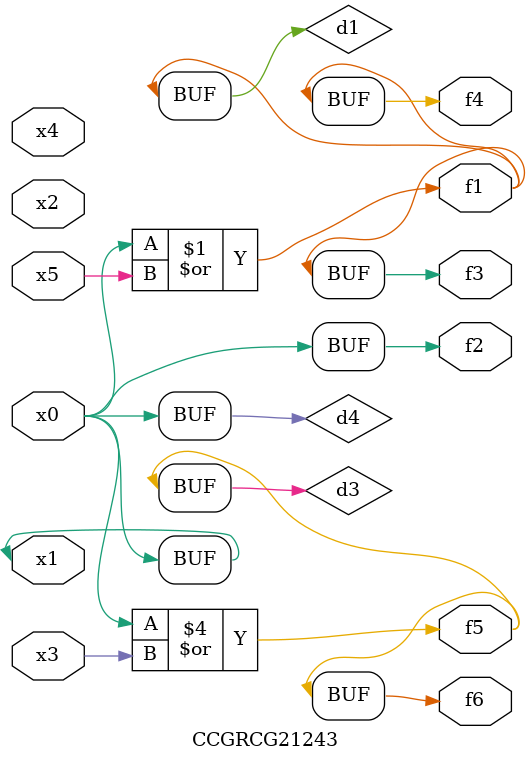
<source format=v>
module CCGRCG21243(
	input x0, x1, x2, x3, x4, x5,
	output f1, f2, f3, f4, f5, f6
);

	wire d1, d2, d3, d4;

	or (d1, x0, x5);
	xnor (d2, x1, x4);
	or (d3, x0, x3);
	buf (d4, x0, x1);
	assign f1 = d1;
	assign f2 = d4;
	assign f3 = d1;
	assign f4 = d1;
	assign f5 = d3;
	assign f6 = d3;
endmodule

</source>
